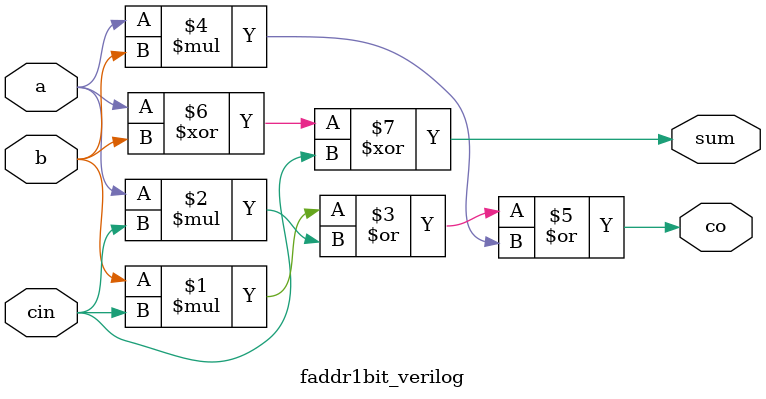
<source format=v>
`timescale 1ns / 1ps
module faddr1bit_verilog(
    input a,
    input b,
    input cin,
    output sum,
    output co
    );
	assign co =(b*cin)|(a*cin)|(a*b);
   assign sum = (a^b)^cin;
endmodule

</source>
